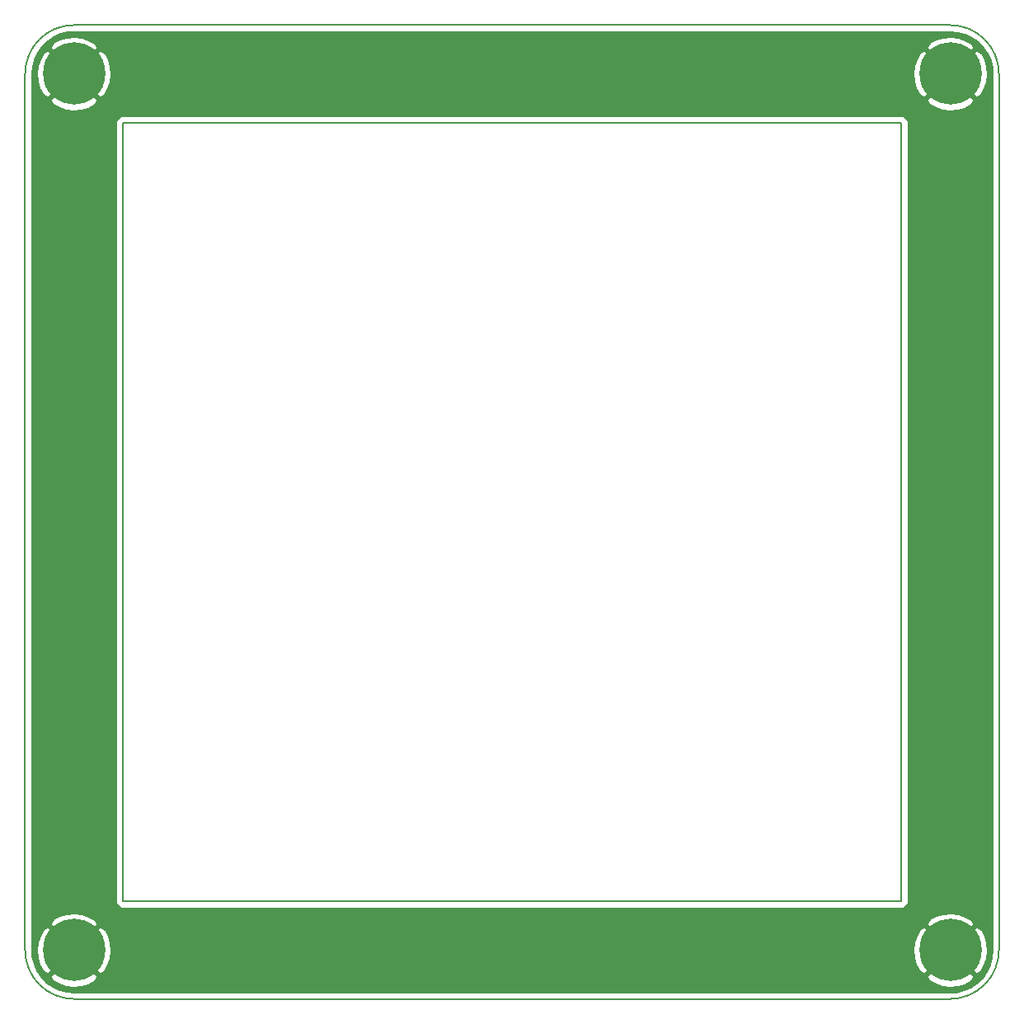
<source format=gbr>
%TF.GenerationSoftware,KiCad,Pcbnew,(5.1.6)-1*%
%TF.CreationDate,2020-12-06T18:47:15+01:00*%
%TF.ProjectId,05_Contour,30355f43-6f6e-4746-9f75-722e6b696361,rev?*%
%TF.SameCoordinates,Original*%
%TF.FileFunction,Copper,L1,Top*%
%TF.FilePolarity,Positive*%
%FSLAX46Y46*%
G04 Gerber Fmt 4.6, Leading zero omitted, Abs format (unit mm)*
G04 Created by KiCad (PCBNEW (5.1.6)-1) date 2020-12-06 18:47:15*
%MOMM*%
%LPD*%
G01*
G04 APERTURE LIST*
%TA.AperFunction,Profile*%
%ADD10C,0.150000*%
%TD*%
%TA.AperFunction,ComponentPad*%
%ADD11C,6.400000*%
%TD*%
%TA.AperFunction,ComponentPad*%
%ADD12C,0.800000*%
%TD*%
%TA.AperFunction,ViaPad*%
%ADD13C,1.000000*%
%TD*%
%TA.AperFunction,Conductor*%
%ADD14C,0.254000*%
%TD*%
G04 APERTURE END LIST*
D10*
X195000000Y-55000000D02*
G75*
G02*
X200000000Y-60000000I0J-5000000D01*
G01*
X200000000Y-150000000D02*
G75*
G02*
X195000000Y-155000000I-5000000J0D01*
G01*
X105000000Y-155000000D02*
G75*
G02*
X100000000Y-150000000I0J5000000D01*
G01*
X100000000Y-60000000D02*
G75*
G02*
X105000000Y-55000000I5000000J0D01*
G01*
X100000000Y-150000000D02*
X100000000Y-60000000D01*
X195000000Y-155000000D02*
X105000000Y-155000000D01*
X200000000Y-60000000D02*
X200000000Y-150000000D01*
X105000000Y-55000000D02*
X195000000Y-55000000D01*
X110000000Y-65000000D02*
X110000000Y-145000000D01*
X190000000Y-145000000D02*
X110000000Y-145000000D01*
X190000000Y-65000000D02*
X190000000Y-145000000D01*
X110000000Y-65000000D02*
X190000000Y-65000000D01*
D11*
%TO.P,H1,1*%
%TO.N,GND*%
X105000000Y-60000000D03*
D12*
X107400000Y-60000000D03*
X106697056Y-61697056D03*
X105000000Y-62400000D03*
X103302944Y-61697056D03*
X102600000Y-60000000D03*
X103302944Y-58302944D03*
X105000000Y-57600000D03*
X106697056Y-58302944D03*
%TD*%
D11*
%TO.P,H2,1*%
%TO.N,GND*%
X195000000Y-60000000D03*
D12*
X197400000Y-60000000D03*
X196697056Y-61697056D03*
X195000000Y-62400000D03*
X193302944Y-61697056D03*
X192600000Y-60000000D03*
X193302944Y-58302944D03*
X195000000Y-57600000D03*
X196697056Y-58302944D03*
%TD*%
%TO.P,H3,1*%
%TO.N,GND*%
X196697056Y-148302944D03*
X195000000Y-147600000D03*
X193302944Y-148302944D03*
X192600000Y-150000000D03*
X193302944Y-151697056D03*
X195000000Y-152400000D03*
X196697056Y-151697056D03*
X197400000Y-150000000D03*
D11*
X195000000Y-150000000D03*
%TD*%
D12*
%TO.P,H4,1*%
%TO.N,GND*%
X106697056Y-148302944D03*
X105000000Y-147600000D03*
X103302944Y-148302944D03*
X102600000Y-150000000D03*
X103302944Y-151697056D03*
X105000000Y-152400000D03*
X106697056Y-151697056D03*
X107400000Y-150000000D03*
D11*
X105000000Y-150000000D03*
%TD*%
D13*
%TO.N,GND*%
X105000000Y-65000000D03*
X105000000Y-70000000D03*
X105000000Y-75000000D03*
X105000000Y-80000000D03*
X105000000Y-85000000D03*
X105000000Y-90000000D03*
X105000000Y-95000000D03*
X105000000Y-105000000D03*
X105000000Y-110000000D03*
X105000000Y-115000000D03*
X105000000Y-120000000D03*
X105000000Y-130000000D03*
X105000000Y-135000000D03*
X105000000Y-140000000D03*
X105000000Y-145000000D03*
X110000000Y-60000000D03*
X115000000Y-60000000D03*
X120000000Y-60000000D03*
X125000000Y-60000000D03*
X130000000Y-60000000D03*
X135000000Y-60000000D03*
X140000000Y-60000000D03*
X145000000Y-60000000D03*
X150000000Y-60000000D03*
X155000000Y-60000000D03*
X160000000Y-60000000D03*
X170000000Y-60000000D03*
X175000000Y-60000000D03*
X180000000Y-60000000D03*
X185000000Y-60000000D03*
X190000000Y-60000000D03*
X195000000Y-65000000D03*
X195000000Y-70000000D03*
X195000000Y-75000000D03*
X195000000Y-80000000D03*
X195000000Y-85000000D03*
X195000000Y-90000000D03*
X195000000Y-95000000D03*
X195000000Y-100000000D03*
X195000000Y-105000000D03*
X195000000Y-110000000D03*
X195000000Y-115000000D03*
X195000000Y-120000000D03*
X195000000Y-125000000D03*
X195000000Y-130000000D03*
X195000000Y-135000000D03*
X195000000Y-140000000D03*
X195000000Y-145000000D03*
X110000000Y-150000000D03*
X115000000Y-150000000D03*
X125000000Y-150000000D03*
X130000000Y-150000000D03*
X135000000Y-150000000D03*
X145000000Y-150000000D03*
X150000000Y-150000000D03*
X160000000Y-150000000D03*
X165000000Y-150000000D03*
X170000000Y-150000000D03*
X175000000Y-150000000D03*
X180000000Y-150000000D03*
X185000000Y-150000000D03*
X190000000Y-150000000D03*
X105000000Y-100000000D03*
X105000000Y-125000000D03*
X165000000Y-60000000D03*
X120000000Y-150000000D03*
X140000000Y-150000000D03*
X155000000Y-150000000D03*
%TD*%
D14*
%TO.N,GND*%
G36*
X195759192Y-55780578D02*
G01*
X196494389Y-55981705D01*
X197182351Y-56309846D01*
X197801331Y-56754628D01*
X198331761Y-57301988D01*
X198756884Y-57934639D01*
X199063251Y-58632561D01*
X199242499Y-59379183D01*
X199290000Y-60026030D01*
X199290001Y-149968370D01*
X199219422Y-150759193D01*
X199018295Y-151494389D01*
X198690152Y-152182355D01*
X198245374Y-152801328D01*
X197698012Y-153331761D01*
X197065362Y-153756883D01*
X196367439Y-154063251D01*
X195620819Y-154242499D01*
X194973970Y-154290000D01*
X105031618Y-154290000D01*
X104240807Y-154219422D01*
X103505611Y-154018295D01*
X102817645Y-153690152D01*
X102198672Y-153245374D01*
X101671020Y-152700881D01*
X102478724Y-152700881D01*
X102838912Y-153190548D01*
X103502882Y-153550849D01*
X104224385Y-153774694D01*
X104975695Y-153853480D01*
X105727938Y-153784178D01*
X106452208Y-153569452D01*
X107120670Y-153217555D01*
X107161088Y-153190548D01*
X107521276Y-152700881D01*
X192478724Y-152700881D01*
X192838912Y-153190548D01*
X193502882Y-153550849D01*
X194224385Y-153774694D01*
X194975695Y-153853480D01*
X195727938Y-153784178D01*
X196452208Y-153569452D01*
X197120670Y-153217555D01*
X197161088Y-153190548D01*
X197521276Y-152700881D01*
X195000000Y-150179605D01*
X192478724Y-152700881D01*
X107521276Y-152700881D01*
X105000000Y-150179605D01*
X102478724Y-152700881D01*
X101671020Y-152700881D01*
X101668239Y-152698012D01*
X101243117Y-152065362D01*
X100936749Y-151367439D01*
X100757501Y-150620819D01*
X100710127Y-149975695D01*
X101146520Y-149975695D01*
X101215822Y-150727938D01*
X101430548Y-151452208D01*
X101782445Y-152120670D01*
X101809452Y-152161088D01*
X102299119Y-152521276D01*
X104820395Y-150000000D01*
X105179605Y-150000000D01*
X107700881Y-152521276D01*
X108190548Y-152161088D01*
X108550849Y-151497118D01*
X108774694Y-150775615D01*
X108853480Y-150024305D01*
X108849002Y-149975695D01*
X191146520Y-149975695D01*
X191215822Y-150727938D01*
X191430548Y-151452208D01*
X191782445Y-152120670D01*
X191809452Y-152161088D01*
X192299119Y-152521276D01*
X194820395Y-150000000D01*
X195179605Y-150000000D01*
X197700881Y-152521276D01*
X198190548Y-152161088D01*
X198550849Y-151497118D01*
X198774694Y-150775615D01*
X198853480Y-150024305D01*
X198784178Y-149272062D01*
X198569452Y-148547792D01*
X198217555Y-147879330D01*
X198190548Y-147838912D01*
X197700881Y-147478724D01*
X195179605Y-150000000D01*
X194820395Y-150000000D01*
X192299119Y-147478724D01*
X191809452Y-147838912D01*
X191449151Y-148502882D01*
X191225306Y-149224385D01*
X191146520Y-149975695D01*
X108849002Y-149975695D01*
X108784178Y-149272062D01*
X108569452Y-148547792D01*
X108217555Y-147879330D01*
X108190548Y-147838912D01*
X107700881Y-147478724D01*
X105179605Y-150000000D01*
X104820395Y-150000000D01*
X102299119Y-147478724D01*
X101809452Y-147838912D01*
X101449151Y-148502882D01*
X101225306Y-149224385D01*
X101146520Y-149975695D01*
X100710127Y-149975695D01*
X100710000Y-149973970D01*
X100710000Y-147299119D01*
X102478724Y-147299119D01*
X105000000Y-149820395D01*
X107521276Y-147299119D01*
X192478724Y-147299119D01*
X195000000Y-149820395D01*
X197521276Y-147299119D01*
X197161088Y-146809452D01*
X196497118Y-146449151D01*
X195775615Y-146225306D01*
X195024305Y-146146520D01*
X194272062Y-146215822D01*
X193547792Y-146430548D01*
X192879330Y-146782445D01*
X192838912Y-146809452D01*
X192478724Y-147299119D01*
X107521276Y-147299119D01*
X107161088Y-146809452D01*
X106497118Y-146449151D01*
X105775615Y-146225306D01*
X105024305Y-146146520D01*
X104272062Y-146215822D01*
X103547792Y-146430548D01*
X102879330Y-146782445D01*
X102838912Y-146809452D01*
X102478724Y-147299119D01*
X100710000Y-147299119D01*
X100710000Y-65000000D01*
X109286565Y-65000000D01*
X109290000Y-65034877D01*
X109290001Y-144965113D01*
X109286565Y-145000000D01*
X109300273Y-145139184D01*
X109340872Y-145273020D01*
X109406800Y-145396363D01*
X109495525Y-145504475D01*
X109603637Y-145593200D01*
X109726980Y-145659128D01*
X109860816Y-145699727D01*
X109965123Y-145710000D01*
X110000000Y-145713435D01*
X110034877Y-145710000D01*
X189965123Y-145710000D01*
X190000000Y-145713435D01*
X190034877Y-145710000D01*
X190139184Y-145699727D01*
X190273020Y-145659128D01*
X190396363Y-145593200D01*
X190504475Y-145504475D01*
X190593200Y-145396363D01*
X190659128Y-145273020D01*
X190699727Y-145139184D01*
X190713435Y-145000000D01*
X190710000Y-144965123D01*
X190710000Y-65034877D01*
X190713435Y-65000000D01*
X190699727Y-64860816D01*
X190659128Y-64726980D01*
X190593200Y-64603637D01*
X190504475Y-64495525D01*
X190396363Y-64406800D01*
X190273020Y-64340872D01*
X190139184Y-64300273D01*
X190034877Y-64290000D01*
X190000000Y-64286565D01*
X189965123Y-64290000D01*
X110034877Y-64290000D01*
X110000000Y-64286565D01*
X109965123Y-64290000D01*
X109860816Y-64300273D01*
X109726980Y-64340872D01*
X109603637Y-64406800D01*
X109495525Y-64495525D01*
X109406800Y-64603637D01*
X109340872Y-64726980D01*
X109300273Y-64860816D01*
X109286565Y-65000000D01*
X100710000Y-65000000D01*
X100710000Y-62700881D01*
X102478724Y-62700881D01*
X102838912Y-63190548D01*
X103502882Y-63550849D01*
X104224385Y-63774694D01*
X104975695Y-63853480D01*
X105727938Y-63784178D01*
X106452208Y-63569452D01*
X107120670Y-63217555D01*
X107161088Y-63190548D01*
X107521276Y-62700881D01*
X192478724Y-62700881D01*
X192838912Y-63190548D01*
X193502882Y-63550849D01*
X194224385Y-63774694D01*
X194975695Y-63853480D01*
X195727938Y-63784178D01*
X196452208Y-63569452D01*
X197120670Y-63217555D01*
X197161088Y-63190548D01*
X197521276Y-62700881D01*
X195000000Y-60179605D01*
X192478724Y-62700881D01*
X107521276Y-62700881D01*
X105000000Y-60179605D01*
X102478724Y-62700881D01*
X100710000Y-62700881D01*
X100710000Y-60031618D01*
X100714991Y-59975695D01*
X101146520Y-59975695D01*
X101215822Y-60727938D01*
X101430548Y-61452208D01*
X101782445Y-62120670D01*
X101809452Y-62161088D01*
X102299119Y-62521276D01*
X104820395Y-60000000D01*
X105179605Y-60000000D01*
X107700881Y-62521276D01*
X108190548Y-62161088D01*
X108550849Y-61497118D01*
X108774694Y-60775615D01*
X108853480Y-60024305D01*
X108849002Y-59975695D01*
X191146520Y-59975695D01*
X191215822Y-60727938D01*
X191430548Y-61452208D01*
X191782445Y-62120670D01*
X191809452Y-62161088D01*
X192299119Y-62521276D01*
X194820395Y-60000000D01*
X195179605Y-60000000D01*
X197700881Y-62521276D01*
X198190548Y-62161088D01*
X198550849Y-61497118D01*
X198774694Y-60775615D01*
X198853480Y-60024305D01*
X198784178Y-59272062D01*
X198569452Y-58547792D01*
X198217555Y-57879330D01*
X198190548Y-57838912D01*
X197700881Y-57478724D01*
X195179605Y-60000000D01*
X194820395Y-60000000D01*
X192299119Y-57478724D01*
X191809452Y-57838912D01*
X191449151Y-58502882D01*
X191225306Y-59224385D01*
X191146520Y-59975695D01*
X108849002Y-59975695D01*
X108784178Y-59272062D01*
X108569452Y-58547792D01*
X108217555Y-57879330D01*
X108190548Y-57838912D01*
X107700881Y-57478724D01*
X105179605Y-60000000D01*
X104820395Y-60000000D01*
X102299119Y-57478724D01*
X101809452Y-57838912D01*
X101449151Y-58502882D01*
X101225306Y-59224385D01*
X101146520Y-59975695D01*
X100714991Y-59975695D01*
X100780578Y-59240808D01*
X100981705Y-58505611D01*
X101309846Y-57817649D01*
X101682447Y-57299119D01*
X102478724Y-57299119D01*
X105000000Y-59820395D01*
X107521276Y-57299119D01*
X192478724Y-57299119D01*
X195000000Y-59820395D01*
X197521276Y-57299119D01*
X197161088Y-56809452D01*
X196497118Y-56449151D01*
X195775615Y-56225306D01*
X195024305Y-56146520D01*
X194272062Y-56215822D01*
X193547792Y-56430548D01*
X192879330Y-56782445D01*
X192838912Y-56809452D01*
X192478724Y-57299119D01*
X107521276Y-57299119D01*
X107161088Y-56809452D01*
X106497118Y-56449151D01*
X105775615Y-56225306D01*
X105024305Y-56146520D01*
X104272062Y-56215822D01*
X103547792Y-56430548D01*
X102879330Y-56782445D01*
X102838912Y-56809452D01*
X102478724Y-57299119D01*
X101682447Y-57299119D01*
X101754628Y-57198669D01*
X102301988Y-56668239D01*
X102934639Y-56243116D01*
X103632561Y-55936749D01*
X104379183Y-55757501D01*
X105026030Y-55710000D01*
X194968382Y-55710000D01*
X195759192Y-55780578D01*
G37*
X195759192Y-55780578D02*
X196494389Y-55981705D01*
X197182351Y-56309846D01*
X197801331Y-56754628D01*
X198331761Y-57301988D01*
X198756884Y-57934639D01*
X199063251Y-58632561D01*
X199242499Y-59379183D01*
X199290000Y-60026030D01*
X199290001Y-149968370D01*
X199219422Y-150759193D01*
X199018295Y-151494389D01*
X198690152Y-152182355D01*
X198245374Y-152801328D01*
X197698012Y-153331761D01*
X197065362Y-153756883D01*
X196367439Y-154063251D01*
X195620819Y-154242499D01*
X194973970Y-154290000D01*
X105031618Y-154290000D01*
X104240807Y-154219422D01*
X103505611Y-154018295D01*
X102817645Y-153690152D01*
X102198672Y-153245374D01*
X101671020Y-152700881D01*
X102478724Y-152700881D01*
X102838912Y-153190548D01*
X103502882Y-153550849D01*
X104224385Y-153774694D01*
X104975695Y-153853480D01*
X105727938Y-153784178D01*
X106452208Y-153569452D01*
X107120670Y-153217555D01*
X107161088Y-153190548D01*
X107521276Y-152700881D01*
X192478724Y-152700881D01*
X192838912Y-153190548D01*
X193502882Y-153550849D01*
X194224385Y-153774694D01*
X194975695Y-153853480D01*
X195727938Y-153784178D01*
X196452208Y-153569452D01*
X197120670Y-153217555D01*
X197161088Y-153190548D01*
X197521276Y-152700881D01*
X195000000Y-150179605D01*
X192478724Y-152700881D01*
X107521276Y-152700881D01*
X105000000Y-150179605D01*
X102478724Y-152700881D01*
X101671020Y-152700881D01*
X101668239Y-152698012D01*
X101243117Y-152065362D01*
X100936749Y-151367439D01*
X100757501Y-150620819D01*
X100710127Y-149975695D01*
X101146520Y-149975695D01*
X101215822Y-150727938D01*
X101430548Y-151452208D01*
X101782445Y-152120670D01*
X101809452Y-152161088D01*
X102299119Y-152521276D01*
X104820395Y-150000000D01*
X105179605Y-150000000D01*
X107700881Y-152521276D01*
X108190548Y-152161088D01*
X108550849Y-151497118D01*
X108774694Y-150775615D01*
X108853480Y-150024305D01*
X108849002Y-149975695D01*
X191146520Y-149975695D01*
X191215822Y-150727938D01*
X191430548Y-151452208D01*
X191782445Y-152120670D01*
X191809452Y-152161088D01*
X192299119Y-152521276D01*
X194820395Y-150000000D01*
X195179605Y-150000000D01*
X197700881Y-152521276D01*
X198190548Y-152161088D01*
X198550849Y-151497118D01*
X198774694Y-150775615D01*
X198853480Y-150024305D01*
X198784178Y-149272062D01*
X198569452Y-148547792D01*
X198217555Y-147879330D01*
X198190548Y-147838912D01*
X197700881Y-147478724D01*
X195179605Y-150000000D01*
X194820395Y-150000000D01*
X192299119Y-147478724D01*
X191809452Y-147838912D01*
X191449151Y-148502882D01*
X191225306Y-149224385D01*
X191146520Y-149975695D01*
X108849002Y-149975695D01*
X108784178Y-149272062D01*
X108569452Y-148547792D01*
X108217555Y-147879330D01*
X108190548Y-147838912D01*
X107700881Y-147478724D01*
X105179605Y-150000000D01*
X104820395Y-150000000D01*
X102299119Y-147478724D01*
X101809452Y-147838912D01*
X101449151Y-148502882D01*
X101225306Y-149224385D01*
X101146520Y-149975695D01*
X100710127Y-149975695D01*
X100710000Y-149973970D01*
X100710000Y-147299119D01*
X102478724Y-147299119D01*
X105000000Y-149820395D01*
X107521276Y-147299119D01*
X192478724Y-147299119D01*
X195000000Y-149820395D01*
X197521276Y-147299119D01*
X197161088Y-146809452D01*
X196497118Y-146449151D01*
X195775615Y-146225306D01*
X195024305Y-146146520D01*
X194272062Y-146215822D01*
X193547792Y-146430548D01*
X192879330Y-146782445D01*
X192838912Y-146809452D01*
X192478724Y-147299119D01*
X107521276Y-147299119D01*
X107161088Y-146809452D01*
X106497118Y-146449151D01*
X105775615Y-146225306D01*
X105024305Y-146146520D01*
X104272062Y-146215822D01*
X103547792Y-146430548D01*
X102879330Y-146782445D01*
X102838912Y-146809452D01*
X102478724Y-147299119D01*
X100710000Y-147299119D01*
X100710000Y-65000000D01*
X109286565Y-65000000D01*
X109290000Y-65034877D01*
X109290001Y-144965113D01*
X109286565Y-145000000D01*
X109300273Y-145139184D01*
X109340872Y-145273020D01*
X109406800Y-145396363D01*
X109495525Y-145504475D01*
X109603637Y-145593200D01*
X109726980Y-145659128D01*
X109860816Y-145699727D01*
X109965123Y-145710000D01*
X110000000Y-145713435D01*
X110034877Y-145710000D01*
X189965123Y-145710000D01*
X190000000Y-145713435D01*
X190034877Y-145710000D01*
X190139184Y-145699727D01*
X190273020Y-145659128D01*
X190396363Y-145593200D01*
X190504475Y-145504475D01*
X190593200Y-145396363D01*
X190659128Y-145273020D01*
X190699727Y-145139184D01*
X190713435Y-145000000D01*
X190710000Y-144965123D01*
X190710000Y-65034877D01*
X190713435Y-65000000D01*
X190699727Y-64860816D01*
X190659128Y-64726980D01*
X190593200Y-64603637D01*
X190504475Y-64495525D01*
X190396363Y-64406800D01*
X190273020Y-64340872D01*
X190139184Y-64300273D01*
X190034877Y-64290000D01*
X190000000Y-64286565D01*
X189965123Y-64290000D01*
X110034877Y-64290000D01*
X110000000Y-64286565D01*
X109965123Y-64290000D01*
X109860816Y-64300273D01*
X109726980Y-64340872D01*
X109603637Y-64406800D01*
X109495525Y-64495525D01*
X109406800Y-64603637D01*
X109340872Y-64726980D01*
X109300273Y-64860816D01*
X109286565Y-65000000D01*
X100710000Y-65000000D01*
X100710000Y-62700881D01*
X102478724Y-62700881D01*
X102838912Y-63190548D01*
X103502882Y-63550849D01*
X104224385Y-63774694D01*
X104975695Y-63853480D01*
X105727938Y-63784178D01*
X106452208Y-63569452D01*
X107120670Y-63217555D01*
X107161088Y-63190548D01*
X107521276Y-62700881D01*
X192478724Y-62700881D01*
X192838912Y-63190548D01*
X193502882Y-63550849D01*
X194224385Y-63774694D01*
X194975695Y-63853480D01*
X195727938Y-63784178D01*
X196452208Y-63569452D01*
X197120670Y-63217555D01*
X197161088Y-63190548D01*
X197521276Y-62700881D01*
X195000000Y-60179605D01*
X192478724Y-62700881D01*
X107521276Y-62700881D01*
X105000000Y-60179605D01*
X102478724Y-62700881D01*
X100710000Y-62700881D01*
X100710000Y-60031618D01*
X100714991Y-59975695D01*
X101146520Y-59975695D01*
X101215822Y-60727938D01*
X101430548Y-61452208D01*
X101782445Y-62120670D01*
X101809452Y-62161088D01*
X102299119Y-62521276D01*
X104820395Y-60000000D01*
X105179605Y-60000000D01*
X107700881Y-62521276D01*
X108190548Y-62161088D01*
X108550849Y-61497118D01*
X108774694Y-60775615D01*
X108853480Y-60024305D01*
X108849002Y-59975695D01*
X191146520Y-59975695D01*
X191215822Y-60727938D01*
X191430548Y-61452208D01*
X191782445Y-62120670D01*
X191809452Y-62161088D01*
X192299119Y-62521276D01*
X194820395Y-60000000D01*
X195179605Y-60000000D01*
X197700881Y-62521276D01*
X198190548Y-62161088D01*
X198550849Y-61497118D01*
X198774694Y-60775615D01*
X198853480Y-60024305D01*
X198784178Y-59272062D01*
X198569452Y-58547792D01*
X198217555Y-57879330D01*
X198190548Y-57838912D01*
X197700881Y-57478724D01*
X195179605Y-60000000D01*
X194820395Y-60000000D01*
X192299119Y-57478724D01*
X191809452Y-57838912D01*
X191449151Y-58502882D01*
X191225306Y-59224385D01*
X191146520Y-59975695D01*
X108849002Y-59975695D01*
X108784178Y-59272062D01*
X108569452Y-58547792D01*
X108217555Y-57879330D01*
X108190548Y-57838912D01*
X107700881Y-57478724D01*
X105179605Y-60000000D01*
X104820395Y-60000000D01*
X102299119Y-57478724D01*
X101809452Y-57838912D01*
X101449151Y-58502882D01*
X101225306Y-59224385D01*
X101146520Y-59975695D01*
X100714991Y-59975695D01*
X100780578Y-59240808D01*
X100981705Y-58505611D01*
X101309846Y-57817649D01*
X101682447Y-57299119D01*
X102478724Y-57299119D01*
X105000000Y-59820395D01*
X107521276Y-57299119D01*
X192478724Y-57299119D01*
X195000000Y-59820395D01*
X197521276Y-57299119D01*
X197161088Y-56809452D01*
X196497118Y-56449151D01*
X195775615Y-56225306D01*
X195024305Y-56146520D01*
X194272062Y-56215822D01*
X193547792Y-56430548D01*
X192879330Y-56782445D01*
X192838912Y-56809452D01*
X192478724Y-57299119D01*
X107521276Y-57299119D01*
X107161088Y-56809452D01*
X106497118Y-56449151D01*
X105775615Y-56225306D01*
X105024305Y-56146520D01*
X104272062Y-56215822D01*
X103547792Y-56430548D01*
X102879330Y-56782445D01*
X102838912Y-56809452D01*
X102478724Y-57299119D01*
X101682447Y-57299119D01*
X101754628Y-57198669D01*
X102301988Y-56668239D01*
X102934639Y-56243116D01*
X103632561Y-55936749D01*
X104379183Y-55757501D01*
X105026030Y-55710000D01*
X194968382Y-55710000D01*
X195759192Y-55780578D01*
%TD*%
M02*

</source>
